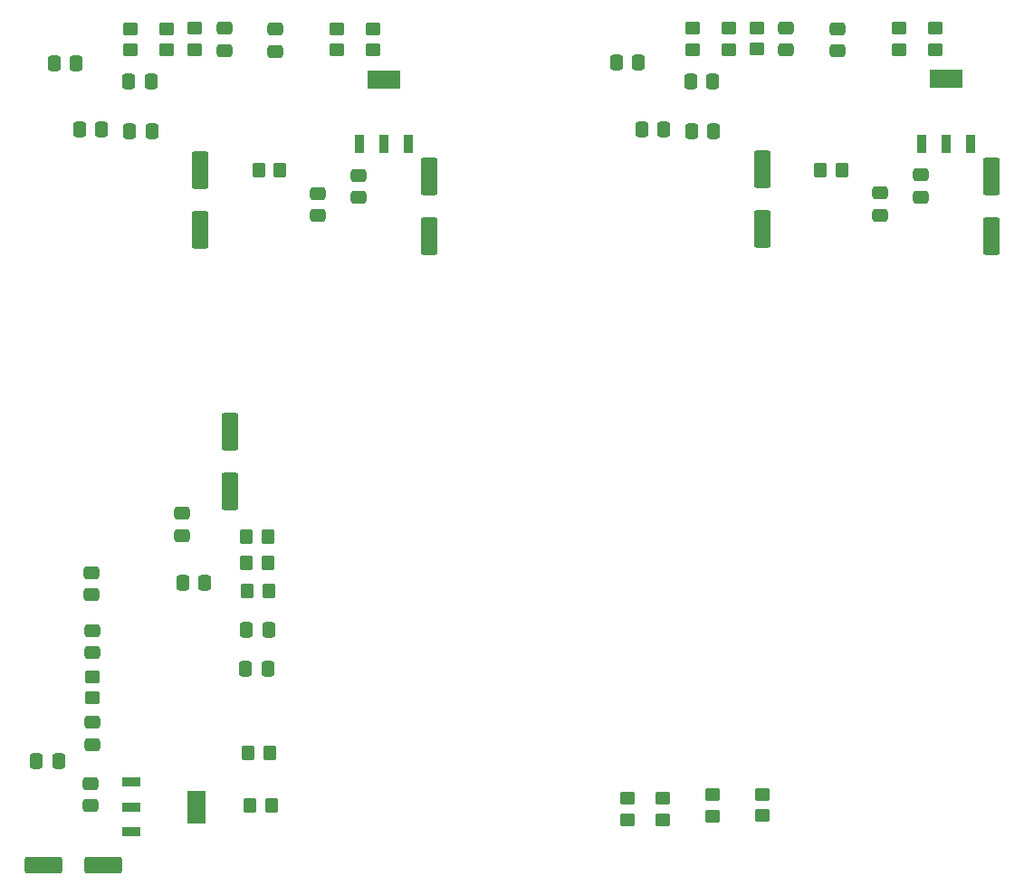
<source format=gbr>
%TF.GenerationSoftware,KiCad,Pcbnew,8.0.4*%
%TF.CreationDate,2025-05-03T00:51:18+05:30*%
%TF.ProjectId,TEST PNAL,54455354-2050-44e4-914c-2e6b69636164,rev?*%
%TF.SameCoordinates,Original*%
%TF.FileFunction,Paste,Top*%
%TF.FilePolarity,Positive*%
%FSLAX46Y46*%
G04 Gerber Fmt 4.6, Leading zero omitted, Abs format (unit mm)*
G04 Created by KiCad (PCBNEW 8.0.4) date 2025-05-03 00:51:18*
%MOMM*%
%LPD*%
G01*
G04 APERTURE LIST*
G04 Aperture macros list*
%AMRoundRect*
0 Rectangle with rounded corners*
0 $1 Rounding radius*
0 $2 $3 $4 $5 $6 $7 $8 $9 X,Y pos of 4 corners*
0 Add a 4 corners polygon primitive as box body*
4,1,4,$2,$3,$4,$5,$6,$7,$8,$9,$2,$3,0*
0 Add four circle primitives for the rounded corners*
1,1,$1+$1,$2,$3*
1,1,$1+$1,$4,$5*
1,1,$1+$1,$6,$7*
1,1,$1+$1,$8,$9*
0 Add four rect primitives between the rounded corners*
20,1,$1+$1,$2,$3,$4,$5,0*
20,1,$1+$1,$4,$5,$6,$7,0*
20,1,$1+$1,$6,$7,$8,$9,0*
20,1,$1+$1,$8,$9,$2,$3,0*%
G04 Aperture macros list end*
%ADD10RoundRect,0.250000X0.475000X-0.337500X0.475000X0.337500X-0.475000X0.337500X-0.475000X-0.337500X0*%
%ADD11RoundRect,0.250000X0.550000X-1.500000X0.550000X1.500000X-0.550000X1.500000X-0.550000X-1.500000X0*%
%ADD12RoundRect,0.250000X-0.550000X1.500000X-0.550000X-1.500000X0.550000X-1.500000X0.550000X1.500000X0*%
%ADD13RoundRect,0.250000X0.337500X0.475000X-0.337500X0.475000X-0.337500X-0.475000X0.337500X-0.475000X0*%
%ADD14RoundRect,0.250000X0.450000X-0.350000X0.450000X0.350000X-0.450000X0.350000X-0.450000X-0.350000X0*%
%ADD15RoundRect,0.250000X-0.337500X-0.475000X0.337500X-0.475000X0.337500X0.475000X-0.337500X0.475000X0*%
%ADD16RoundRect,0.250000X-0.475000X0.337500X-0.475000X-0.337500X0.475000X-0.337500X0.475000X0.337500X0*%
%ADD17R,0.850800X1.761200*%
%ADD18R,3.150799X1.761200*%
%ADD19RoundRect,0.250000X-0.350000X-0.450000X0.350000X-0.450000X0.350000X0.450000X-0.350000X0.450000X0*%
%ADD20RoundRect,0.250000X-0.450000X0.350000X-0.450000X-0.350000X0.450000X-0.350000X0.450000X0.350000X0*%
%ADD21RoundRect,0.250000X1.500000X0.550000X-1.500000X0.550000X-1.500000X-0.550000X1.500000X-0.550000X0*%
%ADD22R,1.761200X0.850800*%
%ADD23R,1.761200X3.150799*%
%ADD24RoundRect,0.250000X0.350000X0.450000X-0.350000X0.450000X-0.350000X-0.450000X0.350000X-0.450000X0*%
G04 APERTURE END LIST*
D10*
%TO.C,C6*%
X114735000Y-63980000D03*
X114735000Y-61905000D03*
%TD*%
D11*
%TO.C,C2*%
X133935000Y-81380000D03*
X133935000Y-75780000D03*
%TD*%
D12*
%TO.C,C4*%
X112510000Y-75155000D03*
X112510000Y-80755000D03*
%TD*%
D13*
%TO.C,C7*%
X103285000Y-71380000D03*
X101210000Y-71380000D03*
%TD*%
D14*
%TO.C,R6*%
X111960000Y-63905000D03*
X111960000Y-61905000D03*
%TD*%
D13*
%TO.C,C8*%
X107885000Y-66905000D03*
X105810000Y-66905000D03*
%TD*%
D15*
%TO.C,C10*%
X98835000Y-65180000D03*
X100910000Y-65180000D03*
%TD*%
D16*
%TO.C,C3*%
X123485000Y-77355000D03*
X123485000Y-79430000D03*
%TD*%
D14*
%TO.C,R4*%
X105985000Y-63955000D03*
X105985000Y-61955000D03*
%TD*%
D10*
%TO.C,C1*%
X127310000Y-77730000D03*
X127310000Y-75655000D03*
%TD*%
D14*
%TO.C,R3*%
X109335000Y-63930000D03*
X109335000Y-61930000D03*
%TD*%
D13*
%TO.C,C9*%
X107960000Y-71555000D03*
X105885000Y-71555000D03*
%TD*%
D14*
%TO.C,R2*%
X125285000Y-63930000D03*
X125285000Y-61930000D03*
%TD*%
D17*
%TO.C,U1*%
X127385000Y-72730000D03*
X129685000Y-72730000D03*
X131985000Y-72730000D03*
D18*
X129685000Y-66680000D03*
%TD*%
D19*
%TO.C,R5*%
X117960000Y-75205000D03*
X119960000Y-75205000D03*
%TD*%
D16*
%TO.C,C5*%
X119535000Y-61980000D03*
X119535000Y-64055000D03*
%TD*%
D14*
%TO.C,R1*%
X128685000Y-63930000D03*
X128685000Y-61930000D03*
%TD*%
D20*
%TO.C,R6*%
X112525000Y-133620000D03*
X112525000Y-135620000D03*
%TD*%
%TO.C,R12*%
X107865000Y-133670000D03*
X107865000Y-135670000D03*
%TD*%
D14*
%TO.C,R7*%
X99855000Y-135990000D03*
X99855000Y-133990000D03*
%TD*%
D20*
%TO.C,R11*%
X103175000Y-133970000D03*
X103175000Y-135970000D03*
%TD*%
D10*
%TO.C,C6*%
X62176650Y-64016650D03*
X62176650Y-61941650D03*
%TD*%
D11*
%TO.C,C2*%
X81376650Y-81416650D03*
X81376650Y-75816650D03*
%TD*%
D12*
%TO.C,C4*%
X59951650Y-75191650D03*
X59951650Y-80791650D03*
%TD*%
D14*
%TO.C,R6*%
X59401650Y-63941650D03*
X59401650Y-61941650D03*
%TD*%
%TO.C,R4*%
X53426650Y-63991650D03*
X53426650Y-61991650D03*
%TD*%
D13*
%TO.C,C8*%
X55326650Y-66941650D03*
X53251650Y-66941650D03*
%TD*%
%TO.C,C7*%
X50726650Y-71416650D03*
X48651650Y-71416650D03*
%TD*%
D15*
%TO.C,C10*%
X46276650Y-65216650D03*
X48351650Y-65216650D03*
%TD*%
D16*
%TO.C,C3*%
X70926650Y-77391650D03*
X70926650Y-79466650D03*
%TD*%
D10*
%TO.C,C1*%
X74751650Y-77766650D03*
X74751650Y-75691650D03*
%TD*%
D19*
%TO.C,R5*%
X65401650Y-75241650D03*
X67401650Y-75241650D03*
%TD*%
D14*
%TO.C,R3*%
X56776650Y-63966650D03*
X56776650Y-61966650D03*
%TD*%
D13*
%TO.C,C9*%
X55401650Y-71591650D03*
X53326650Y-71591650D03*
%TD*%
D14*
%TO.C,R2*%
X72726650Y-63966650D03*
X72726650Y-61966650D03*
%TD*%
D16*
%TO.C,C5*%
X66976650Y-62016650D03*
X66976650Y-64091650D03*
%TD*%
D14*
%TO.C,R1*%
X76126650Y-63966650D03*
X76126650Y-61966650D03*
%TD*%
D17*
%TO.C,U1*%
X74826650Y-72766650D03*
X77126650Y-72766650D03*
X79426650Y-72766650D03*
D18*
X77126650Y-66716650D03*
%TD*%
D10*
%TO.C,C7*%
X49828500Y-120360700D03*
X49828500Y-118285700D03*
%TD*%
D19*
%TO.C,R2*%
X64418500Y-129780700D03*
X66418500Y-129780700D03*
%TD*%
D13*
%TO.C,C9*%
X60358500Y-113840700D03*
X58283500Y-113840700D03*
%TD*%
%TO.C,C6*%
X66356000Y-118260700D03*
X64281000Y-118260700D03*
%TD*%
D11*
%TO.C,C4*%
X62718500Y-105290700D03*
X62718500Y-99690700D03*
%TD*%
D10*
%TO.C,C3*%
X49678500Y-134655700D03*
X49678500Y-132580700D03*
%TD*%
%TO.C,C8*%
X58258500Y-109408200D03*
X58258500Y-107333200D03*
%TD*%
D19*
%TO.C,R3*%
X64288500Y-111980700D03*
X66288500Y-111980700D03*
%TD*%
D16*
%TO.C,C11*%
X49828500Y-126865700D03*
X49828500Y-128940700D03*
%TD*%
D19*
%TO.C,R4*%
X64268500Y-109520700D03*
X66268500Y-109520700D03*
%TD*%
D21*
%TO.C,C2*%
X50848500Y-140240700D03*
X45248500Y-140240700D03*
%TD*%
D13*
%TO.C,C5*%
X66248500Y-121870700D03*
X64173500Y-121870700D03*
%TD*%
D22*
%TO.C,U1*%
X53523500Y-132490700D03*
X53523500Y-134790700D03*
X53523500Y-137090700D03*
D23*
X59573500Y-134790700D03*
%TD*%
D20*
%TO.C,R5*%
X49868500Y-122600700D03*
X49868500Y-124600700D03*
%TD*%
D19*
%TO.C,R1*%
X64578500Y-134690700D03*
X66578500Y-134690700D03*
%TD*%
D10*
%TO.C,C1*%
X49778500Y-114950700D03*
X49778500Y-112875700D03*
%TD*%
D24*
%TO.C,R7*%
X66358500Y-114590700D03*
X64358500Y-114590700D03*
%TD*%
D15*
%TO.C,C10*%
X44613500Y-130510700D03*
X46688500Y-130510700D03*
%TD*%
M02*

</source>
